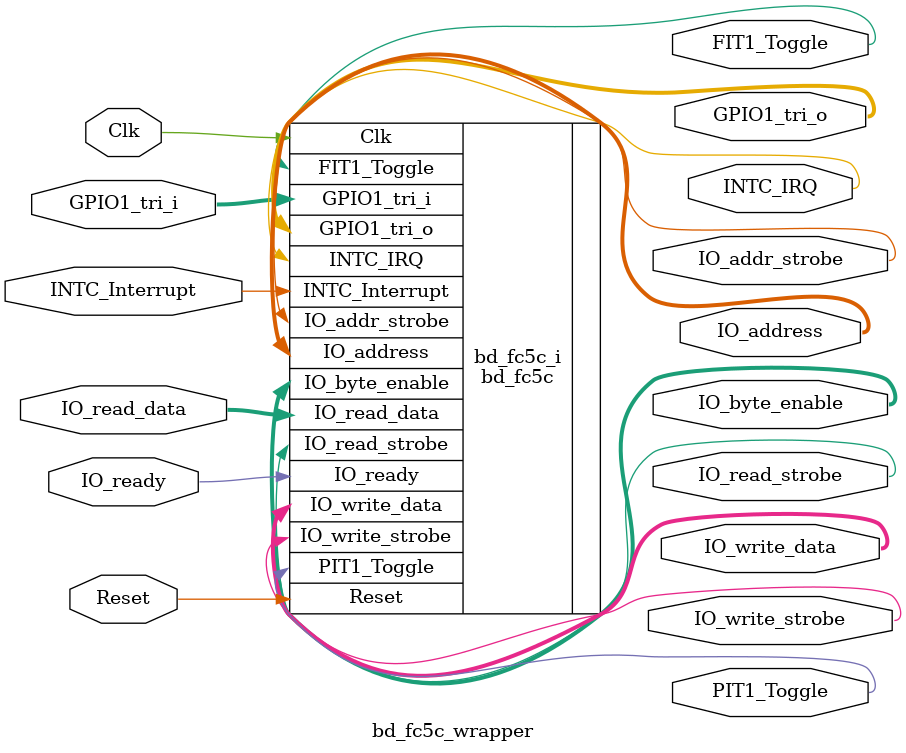
<source format=v>
`timescale 1 ps / 1 ps

module bd_fc5c_wrapper
   (Clk,
    FIT1_Toggle,
    GPIO1_tri_i,
    GPIO1_tri_o,
    INTC_IRQ,
    INTC_Interrupt,
    IO_addr_strobe,
    IO_address,
    IO_byte_enable,
    IO_read_data,
    IO_read_strobe,
    IO_ready,
    IO_write_data,
    IO_write_strobe,
    PIT1_Toggle,
    Reset);
  input Clk;
  output FIT1_Toggle;
  input [31:0]GPIO1_tri_i;
  output [31:0]GPIO1_tri_o;
  output INTC_IRQ;
  input [0:0]INTC_Interrupt;
  output IO_addr_strobe;
  output [31:0]IO_address;
  output [3:0]IO_byte_enable;
  input [31:0]IO_read_data;
  output IO_read_strobe;
  input IO_ready;
  output [31:0]IO_write_data;
  output IO_write_strobe;
  output PIT1_Toggle;
  input Reset;

  wire Clk;
  wire FIT1_Toggle;
  wire [31:0]GPIO1_tri_i;
  wire [31:0]GPIO1_tri_o;
  wire INTC_IRQ;
  wire [0:0]INTC_Interrupt;
  wire IO_addr_strobe;
  wire [31:0]IO_address;
  wire [3:0]IO_byte_enable;
  wire [31:0]IO_read_data;
  wire IO_read_strobe;
  wire IO_ready;
  wire [31:0]IO_write_data;
  wire IO_write_strobe;
  wire PIT1_Toggle;
  wire Reset;

  bd_fc5c bd_fc5c_i
       (.Clk(Clk),
        .FIT1_Toggle(FIT1_Toggle),
        .GPIO1_tri_i(GPIO1_tri_i),
        .GPIO1_tri_o(GPIO1_tri_o),
        .INTC_IRQ(INTC_IRQ),
        .INTC_Interrupt(INTC_Interrupt),
        .IO_addr_strobe(IO_addr_strobe),
        .IO_address(IO_address),
        .IO_byte_enable(IO_byte_enable),
        .IO_read_data(IO_read_data),
        .IO_read_strobe(IO_read_strobe),
        .IO_ready(IO_ready),
        .IO_write_data(IO_write_data),
        .IO_write_strobe(IO_write_strobe),
        .PIT1_Toggle(PIT1_Toggle),
        .Reset(Reset));
endmodule

</source>
